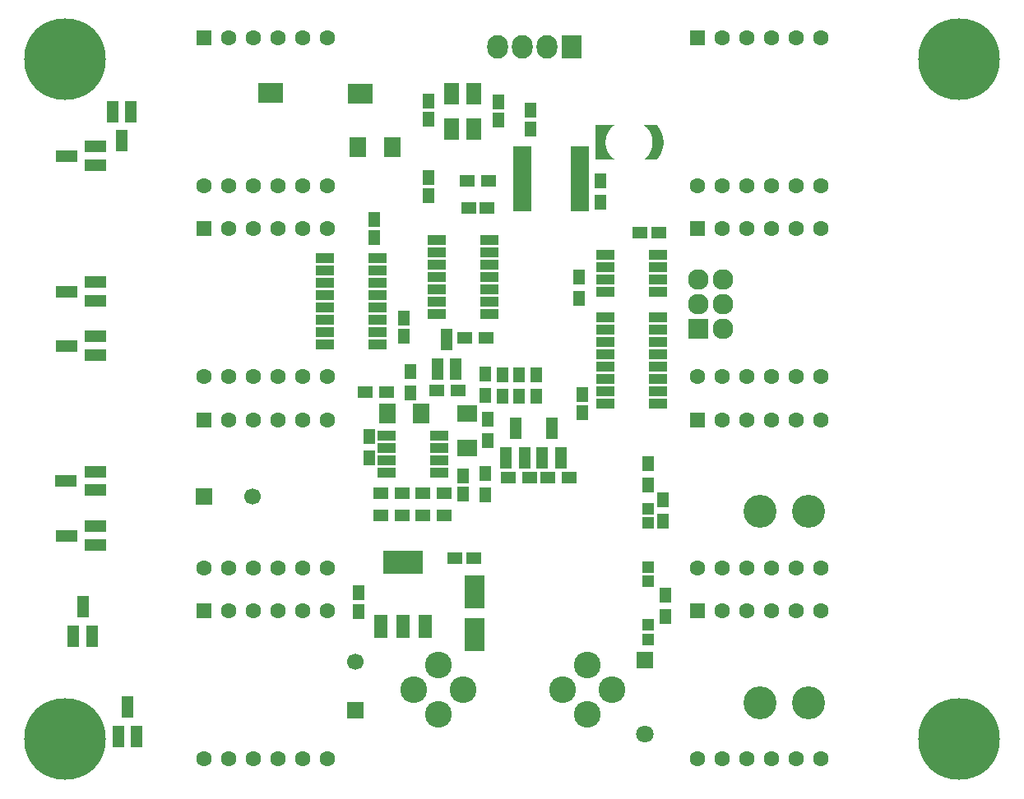
<source format=gbr>
G04 #@! TF.FileFunction,Soldermask,Top*
%FSLAX46Y46*%
G04 Gerber Fmt 4.6, Leading zero omitted, Abs format (unit mm)*
G04 Created by KiCad (PCBNEW 4.0.6) date Wed Sep  6 13:58:48 2017*
%MOMM*%
%LPD*%
G01*
G04 APERTURE LIST*
%ADD10C,0.100000*%
%ADD11R,1.600000X1.600000*%
%ADD12C,1.600000*%
%ADD13C,8.400000*%
%ADD14R,1.300000X1.600000*%
%ADD15R,4.057600X2.432000*%
%ADD16R,1.416000X2.432000*%
%ADD17R,1.850000X0.850000*%
%ADD18R,1.950000X1.000000*%
%ADD19R,1.600000X1.150000*%
%ADD20R,2.000200X3.399740*%
%ADD21R,1.700480X2.099260*%
%ADD22R,2.099260X1.700480*%
%ADD23R,1.150000X1.600000*%
%ADD24R,1.197560X1.197560*%
%ADD25C,2.749500*%
%ADD26R,2.127200X2.432000*%
%ADD27O,2.127200X2.432000*%
%ADD28R,2.200860X1.200100*%
%ADD29R,1.200100X2.200860*%
%ADD30R,1.600000X1.300000*%
%ADD31R,1.900000X1.000000*%
%ADD32R,1.700000X1.700000*%
%ADD33C,1.700000*%
%ADD34R,1.797000X1.797000*%
%ADD35C,1.797000*%
%ADD36R,2.580000X2.000000*%
%ADD37C,3.400000*%
%ADD38R,2.127200X2.127200*%
%ADD39O,2.127200X2.127200*%
%ADD40R,1.499820X2.299920*%
G04 APERTURE END LIST*
D10*
G36*
X107575408Y-54768160D02*
X107575408Y-58299796D01*
X109523403Y-58299796D01*
X112599184Y-54768160D01*
X112609418Y-54776380D01*
X112619629Y-54784643D01*
X112629817Y-54792951D01*
X112639980Y-54801309D01*
X112650117Y-54809718D01*
X112660227Y-54818182D01*
X112670309Y-54826704D01*
X112680362Y-54835287D01*
X112690384Y-54843935D01*
X112700374Y-54852649D01*
X112710332Y-54861433D01*
X112720255Y-54870291D01*
X112730144Y-54879225D01*
X112739996Y-54888238D01*
X112749811Y-54897334D01*
X112759588Y-54906515D01*
X112770099Y-54916504D01*
X112780531Y-54926527D01*
X112790884Y-54936583D01*
X112801157Y-54946674D01*
X112811351Y-54956797D01*
X112821466Y-54966955D01*
X112831501Y-54977146D01*
X112841457Y-54987371D01*
X112851334Y-54997630D01*
X112861131Y-55007922D01*
X112870850Y-55018248D01*
X112880488Y-55028608D01*
X112890048Y-55039001D01*
X112899528Y-55049428D01*
X112908929Y-55059889D01*
X112918251Y-55070383D01*
X112927493Y-55080911D01*
X112936656Y-55091473D01*
X112945739Y-55102068D01*
X112954744Y-55112697D01*
X112963669Y-55123360D01*
X112972514Y-55134056D01*
X112981281Y-55144786D01*
X112989968Y-55155550D01*
X112998576Y-55166347D01*
X113007104Y-55177178D01*
X113015553Y-55188043D01*
X113023923Y-55198942D01*
X113032213Y-55209874D01*
X113040425Y-55220839D01*
X113048556Y-55231839D01*
X113056609Y-55242872D01*
X113064582Y-55253938D01*
X113072476Y-55265039D01*
X113080291Y-55276172D01*
X113088026Y-55287340D01*
X113095682Y-55298541D01*
X113103258Y-55309776D01*
X113110756Y-55321045D01*
X113118173Y-55332347D01*
X113125512Y-55343683D01*
X113132771Y-55355052D01*
X113139951Y-55366456D01*
X113147052Y-55377892D01*
X113154073Y-55389363D01*
X113161015Y-55400867D01*
X113167878Y-55412405D01*
X113174661Y-55423976D01*
X113181366Y-55435581D01*
X113187990Y-55447220D01*
X113194536Y-55458892D01*
X113201002Y-55470598D01*
X113207388Y-55482338D01*
X113213696Y-55494111D01*
X113219924Y-55505918D01*
X113226073Y-55517758D01*
X113232142Y-55529632D01*
X113238132Y-55541540D01*
X113244043Y-55553481D01*
X113249874Y-55565456D01*
X113255627Y-55577465D01*
X113261299Y-55589507D01*
X113266893Y-55601583D01*
X113272407Y-55613693D01*
X113277842Y-55625836D01*
X113283197Y-55638013D01*
X113288473Y-55650223D01*
X113293670Y-55662467D01*
X113298788Y-55674745D01*
X113303826Y-55687056D01*
X113308785Y-55699401D01*
X113313664Y-55711779D01*
X113318464Y-55724191D01*
X113323185Y-55736637D01*
X113327827Y-55749116D01*
X113332389Y-55761629D01*
X113336872Y-55774176D01*
X113341275Y-55786756D01*
X113345599Y-55799370D01*
X113349844Y-55812017D01*
X113354010Y-55824698D01*
X113358096Y-55837413D01*
X113362103Y-55850161D01*
X113366030Y-55862943D01*
X113369878Y-55875758D01*
X113373647Y-55888607D01*
X113377337Y-55901490D01*
X113380947Y-55914406D01*
X113384477Y-55927356D01*
X113387929Y-55940339D01*
X113391301Y-55953356D01*
X113394594Y-55966407D01*
X113397807Y-55979491D01*
X113400941Y-55992609D01*
X113403996Y-56005760D01*
X113406972Y-56018945D01*
X113409868Y-56032163D01*
X113412685Y-56045416D01*
X113415422Y-56058701D01*
X113418080Y-56072021D01*
X113420659Y-56085374D01*
X113423158Y-56098760D01*
X113425578Y-56112180D01*
X113427919Y-56125634D01*
X113430180Y-56139121D01*
X113432362Y-56152642D01*
X113434465Y-56166196D01*
X113436488Y-56179784D01*
X113438432Y-56193406D01*
X113440297Y-56207061D01*
X113442082Y-56220750D01*
X113443788Y-56234472D01*
X113445415Y-56248228D01*
X113446962Y-56262018D01*
X113448430Y-56275841D01*
X113449819Y-56289697D01*
X113451128Y-56303587D01*
X113452358Y-56317511D01*
X113453508Y-56331468D01*
X113454580Y-56345459D01*
X113455572Y-56359484D01*
X113456484Y-56373542D01*
X113457317Y-56387633D01*
X113458071Y-56401759D01*
X113458746Y-56415917D01*
X113459341Y-56430110D01*
X113459856Y-56444335D01*
X113460293Y-56458595D01*
X113460650Y-56472888D01*
X113460928Y-56487214D01*
X113461126Y-56501574D01*
X113461245Y-56515968D01*
X113461285Y-56530395D01*
X113461245Y-56544934D01*
X113461126Y-56559436D01*
X113460929Y-56573902D01*
X113460652Y-56588332D01*
X113460295Y-56602726D01*
X113459860Y-56617084D01*
X113459346Y-56631406D01*
X113458752Y-56645691D01*
X113458079Y-56659940D01*
X113457327Y-56674154D01*
X113456496Y-56688331D01*
X113455586Y-56702472D01*
X113454597Y-56716577D01*
X113453528Y-56730646D01*
X113452380Y-56744678D01*
X113451154Y-56758675D01*
X113449848Y-56772635D01*
X113448462Y-56786559D01*
X113446998Y-56800447D01*
X113445455Y-56814299D01*
X113443832Y-56828115D01*
X113442130Y-56841895D01*
X113440350Y-56855639D01*
X113438490Y-56869346D01*
X113436550Y-56883017D01*
X113434532Y-56896653D01*
X113432435Y-56910252D01*
X113430258Y-56923815D01*
X113428002Y-56937342D01*
X113425667Y-56950832D01*
X113423253Y-56964287D01*
X113420760Y-56977706D01*
X113418188Y-56991088D01*
X113415536Y-57004434D01*
X113412805Y-57017744D01*
X113409996Y-57031018D01*
X113407107Y-57044256D01*
X113404138Y-57057458D01*
X113401091Y-57070624D01*
X113397965Y-57083753D01*
X113394759Y-57096846D01*
X113391474Y-57109904D01*
X113388110Y-57122925D01*
X113384667Y-57135910D01*
X113381145Y-57148859D01*
X113377544Y-57161772D01*
X113373863Y-57174648D01*
X113370104Y-57187489D01*
X113366265Y-57200293D01*
X113362347Y-57213062D01*
X113358350Y-57225794D01*
X113354274Y-57238490D01*
X113350118Y-57251150D01*
X113345884Y-57263774D01*
X113341570Y-57276362D01*
X113337177Y-57288913D01*
X113332705Y-57301429D01*
X113328154Y-57313908D01*
X113323523Y-57326351D01*
X113318814Y-57338759D01*
X113314025Y-57351130D01*
X113309157Y-57363465D01*
X113304211Y-57375763D01*
X113299184Y-57388026D01*
X113294079Y-57400253D01*
X113288895Y-57412443D01*
X113283631Y-57424598D01*
X113278289Y-57436716D01*
X113272867Y-57448798D01*
X113267366Y-57460844D01*
X113261786Y-57472854D01*
X113256126Y-57484828D01*
X113250388Y-57496766D01*
X113244570Y-57508667D01*
X113238673Y-57520533D01*
X113232697Y-57532362D01*
X113226642Y-57544155D01*
X113220508Y-57555913D01*
X113214295Y-57567634D01*
X113208002Y-57579319D01*
X113201630Y-57590967D01*
X113195180Y-57602580D01*
X113188650Y-57614157D01*
X113182040Y-57625697D01*
X113175352Y-57637202D01*
X113168585Y-57648670D01*
X113161738Y-57660102D01*
X113154812Y-57671498D01*
X113147807Y-57682858D01*
X113140723Y-57694182D01*
X113133560Y-57705470D01*
X113126318Y-57716722D01*
X113118996Y-57727937D01*
X113111595Y-57739117D01*
X113104115Y-57750260D01*
X113096556Y-57761367D01*
X113088918Y-57772439D01*
X113081201Y-57783474D01*
X113073404Y-57794473D01*
X113065529Y-57805435D01*
X113057574Y-57816362D01*
X113049540Y-57827253D01*
X113041427Y-57838107D01*
X113033235Y-57848926D01*
X113024963Y-57859708D01*
X113016613Y-57870455D01*
X113008183Y-57881165D01*
X112999674Y-57891839D01*
X112991086Y-57902477D01*
X112982419Y-57913079D01*
X112973673Y-57923644D01*
X112964847Y-57934174D01*
X112955942Y-57944668D01*
X112946959Y-57955125D01*
X112937896Y-57965546D01*
X112928754Y-57975932D01*
X112919532Y-57986281D01*
X112910232Y-57996594D01*
X112900852Y-58006871D01*
X112891394Y-58017112D01*
X112881856Y-58027317D01*
X112872239Y-58037485D01*
X112862542Y-58047618D01*
X112852767Y-58057715D01*
X112842913Y-58067775D01*
X112832979Y-58077799D01*
X112822966Y-58087788D01*
X112812874Y-58097740D01*
X112802703Y-58107656D01*
X112792453Y-58117536D01*
X112782123Y-58127380D01*
X112771715Y-58137188D01*
X112761306Y-58146819D01*
X112750874Y-58156378D01*
X112740419Y-58165863D01*
X112729940Y-58175276D01*
X112719437Y-58184617D01*
X112708909Y-58193888D01*
X112698356Y-58203087D01*
X112687777Y-58212217D01*
X112677172Y-58221277D01*
X112666539Y-58230268D01*
X112655879Y-58239192D01*
X112645191Y-58248047D01*
X112634474Y-58256836D01*
X112623728Y-58265558D01*
X112612953Y-58274215D01*
X112602147Y-58282806D01*
X112591310Y-58291333D01*
X112580443Y-58299796D01*
X113907769Y-58299796D01*
X113916481Y-58288744D01*
X113925152Y-58277667D01*
X113933782Y-58266564D01*
X113942370Y-58255436D01*
X113950917Y-58244282D01*
X113959421Y-58233103D01*
X113967883Y-58221899D01*
X113976302Y-58210669D01*
X113984678Y-58199415D01*
X113993011Y-58188136D01*
X114001300Y-58176831D01*
X114009545Y-58165502D01*
X114017745Y-58154148D01*
X114025901Y-58142769D01*
X114034012Y-58131365D01*
X114042078Y-58119937D01*
X114050098Y-58108484D01*
X114058073Y-58097007D01*
X114066001Y-58085505D01*
X114073882Y-58073979D01*
X114081717Y-58062429D01*
X114089505Y-58050854D01*
X114097245Y-58039256D01*
X114104937Y-58027633D01*
X114112582Y-58015986D01*
X114120178Y-58004315D01*
X114127725Y-57992621D01*
X114135223Y-57980902D01*
X114142672Y-57969160D01*
X114150072Y-57957394D01*
X114157421Y-57945604D01*
X114164720Y-57933791D01*
X114171969Y-57921955D01*
X114179167Y-57910095D01*
X114186313Y-57898211D01*
X114193408Y-57886304D01*
X114200452Y-57874375D01*
X114207443Y-57862421D01*
X114214382Y-57850445D01*
X114221268Y-57838446D01*
X114228101Y-57826424D01*
X114234881Y-57814379D01*
X114241607Y-57802311D01*
X114248279Y-57790220D01*
X114254896Y-57778107D01*
X114261460Y-57765971D01*
X114267968Y-57753813D01*
X114274421Y-57741632D01*
X114280818Y-57729428D01*
X114287160Y-57717203D01*
X114293446Y-57704954D01*
X114299675Y-57692684D01*
X114305847Y-57680392D01*
X114311962Y-57668077D01*
X114318020Y-57655741D01*
X114324020Y-57643382D01*
X114329962Y-57631002D01*
X114335846Y-57618600D01*
X114341671Y-57606176D01*
X114347437Y-57593730D01*
X114353144Y-57581263D01*
X114358791Y-57568774D01*
X114364379Y-57556263D01*
X114369906Y-57543732D01*
X114375373Y-57531178D01*
X114380779Y-57518604D01*
X114386123Y-57506008D01*
X114391407Y-57493392D01*
X114396628Y-57480754D01*
X114401788Y-57468095D01*
X114406885Y-57455415D01*
X114411919Y-57442714D01*
X114416891Y-57429993D01*
X114421799Y-57417250D01*
X114426644Y-57404487D01*
X114431424Y-57391704D01*
X114436141Y-57378899D01*
X114440792Y-57366075D01*
X114445379Y-57353230D01*
X114449901Y-57340364D01*
X114454357Y-57327478D01*
X114458748Y-57314572D01*
X114463072Y-57301646D01*
X114467330Y-57288700D01*
X114471521Y-57275734D01*
X114475646Y-57262747D01*
X114479703Y-57249741D01*
X114483692Y-57236715D01*
X114487613Y-57223670D01*
X114491466Y-57210604D01*
X114495250Y-57197519D01*
X114498966Y-57184415D01*
X114502612Y-57171291D01*
X114506189Y-57158147D01*
X114509695Y-57144984D01*
X114513132Y-57131802D01*
X114516498Y-57118601D01*
X114519794Y-57105380D01*
X114523018Y-57092141D01*
X114526171Y-57078882D01*
X114529252Y-57065604D01*
X114532262Y-57052308D01*
X114535198Y-57038993D01*
X114538063Y-57025658D01*
X114540854Y-57012306D01*
X114543572Y-56998934D01*
X114546217Y-56985544D01*
X114548787Y-56972136D01*
X114551284Y-56958709D01*
X114553706Y-56945264D01*
X114556053Y-56931800D01*
X114558325Y-56918319D01*
X114560521Y-56904819D01*
X114562642Y-56891301D01*
X114564687Y-56877765D01*
X114566655Y-56864211D01*
X114568546Y-56850639D01*
X114570361Y-56837049D01*
X114572098Y-56823442D01*
X114573758Y-56809817D01*
X114575340Y-56796174D01*
X114576844Y-56782514D01*
X114578268Y-56768836D01*
X114579615Y-56755141D01*
X114580882Y-56741428D01*
X114582069Y-56727699D01*
X114583177Y-56713951D01*
X114584204Y-56700187D01*
X114585151Y-56686406D01*
X114586018Y-56672608D01*
X114586803Y-56658792D01*
X114587507Y-56644960D01*
X114588130Y-56631111D01*
X114588670Y-56617245D01*
X114589128Y-56603363D01*
X114589504Y-56589464D01*
X114589796Y-56575548D01*
X114590006Y-56561616D01*
X114590132Y-56547667D01*
X114590174Y-56533702D01*
X114590132Y-56519829D01*
X114590009Y-56505969D01*
X114589803Y-56492122D01*
X114589516Y-56478289D01*
X114589147Y-56464469D01*
X114588697Y-56450663D01*
X114588166Y-56436871D01*
X114587555Y-56423093D01*
X114586863Y-56409328D01*
X114586092Y-56395578D01*
X114585240Y-56381842D01*
X114584310Y-56368120D01*
X114583300Y-56354412D01*
X114582212Y-56340720D01*
X114581045Y-56327041D01*
X114579800Y-56313378D01*
X114578478Y-56299729D01*
X114577077Y-56286095D01*
X114575600Y-56272476D01*
X114574046Y-56258873D01*
X114572414Y-56245285D01*
X114570707Y-56231712D01*
X114568924Y-56218154D01*
X114567065Y-56204612D01*
X114565130Y-56191086D01*
X114563120Y-56177576D01*
X114561036Y-56164081D01*
X114558877Y-56150603D01*
X114556643Y-56137141D01*
X114554336Y-56123695D01*
X114551955Y-56110265D01*
X114549501Y-56096852D01*
X114546974Y-56083455D01*
X114544374Y-56070075D01*
X114541702Y-56056712D01*
X114538957Y-56043365D01*
X114536141Y-56030036D01*
X114533253Y-56016723D01*
X114530294Y-56003428D01*
X114527264Y-55990150D01*
X114524163Y-55976890D01*
X114520992Y-55963647D01*
X114517751Y-55950422D01*
X114514441Y-55937214D01*
X114511061Y-55924024D01*
X114507611Y-55910853D01*
X114504093Y-55897699D01*
X114500507Y-55884563D01*
X114496852Y-55871446D01*
X114493129Y-55858347D01*
X114489339Y-55845267D01*
X114485481Y-55832205D01*
X114481557Y-55819162D01*
X114477565Y-55806138D01*
X114473507Y-55793132D01*
X114469384Y-55780146D01*
X114465194Y-55767178D01*
X114460939Y-55754230D01*
X114456618Y-55741302D01*
X114452233Y-55728393D01*
X114447783Y-55715503D01*
X114443268Y-55702633D01*
X114438690Y-55689783D01*
X114434048Y-55676952D01*
X114429343Y-55664142D01*
X114424574Y-55651351D01*
X114419743Y-55638581D01*
X114414849Y-55625832D01*
X114409893Y-55613102D01*
X114404875Y-55600393D01*
X114399795Y-55587705D01*
X114394654Y-55575038D01*
X114389452Y-55562391D01*
X114384190Y-55549765D01*
X114378867Y-55537161D01*
X114373483Y-55524577D01*
X114368041Y-55512015D01*
X114362538Y-55499474D01*
X114356976Y-55486955D01*
X114351356Y-55474457D01*
X114345677Y-55461981D01*
X114339939Y-55449527D01*
X114334144Y-55437094D01*
X114328291Y-55424684D01*
X114322380Y-55412296D01*
X114316412Y-55399930D01*
X114310388Y-55387586D01*
X114304307Y-55375265D01*
X114298170Y-55362966D01*
X114291977Y-55350690D01*
X114285728Y-55338437D01*
X114279424Y-55326207D01*
X114273065Y-55314000D01*
X114266651Y-55301815D01*
X114260183Y-55289654D01*
X114253661Y-55277517D01*
X114247085Y-55265402D01*
X114240456Y-55253312D01*
X114233773Y-55241245D01*
X114227037Y-55229201D01*
X114220249Y-55217182D01*
X114213409Y-55205186D01*
X114206516Y-55193214D01*
X114199572Y-55181267D01*
X114192577Y-55169344D01*
X114185530Y-55157445D01*
X114178433Y-55145571D01*
X114171285Y-55133721D01*
X114164087Y-55121896D01*
X114156839Y-55110096D01*
X114149541Y-55098321D01*
X114142194Y-55086571D01*
X114134798Y-55074846D01*
X114127354Y-55063146D01*
X114119861Y-55051471D01*
X114112320Y-55039822D01*
X114104731Y-55028199D01*
X114097095Y-55016601D01*
X114089411Y-55005029D01*
X114081681Y-54993483D01*
X114073904Y-54981963D01*
X114066081Y-54970469D01*
X114058212Y-54959001D01*
X114050297Y-54947559D01*
X114042337Y-54936144D01*
X114034331Y-54924755D01*
X114026281Y-54913393D01*
X114018187Y-54902058D01*
X114010048Y-54890750D01*
X114001865Y-54879468D01*
X113993639Y-54868214D01*
X113985369Y-54856987D01*
X113977057Y-54845787D01*
X113968702Y-54834614D01*
X113960304Y-54823469D01*
X113951864Y-54812352D01*
X113943383Y-54801262D01*
X113934860Y-54790200D01*
X113926296Y-54779166D01*
X113917691Y-54768160D01*
X112599184Y-54768160D01*
X109523403Y-58299796D01*
X109513103Y-58291610D01*
X109502830Y-58283362D01*
X109492586Y-58275050D01*
X109482368Y-58266676D01*
X109472177Y-58258238D01*
X109462014Y-58249737D01*
X109451876Y-58241172D01*
X109441765Y-58232543D01*
X109431680Y-58223851D01*
X109421621Y-58215093D01*
X109411588Y-58206272D01*
X109401580Y-58197386D01*
X109391597Y-58188435D01*
X109381640Y-58179419D01*
X109371706Y-58170337D01*
X109361798Y-58161190D01*
X109351913Y-58151978D01*
X109342053Y-58142700D01*
X109331360Y-58132540D01*
X109320747Y-58122350D01*
X109310215Y-58112131D01*
X109299763Y-58101882D01*
X109289393Y-58091603D01*
X109279103Y-58081294D01*
X109268894Y-58070956D01*
X109258765Y-58060589D01*
X109248717Y-58050191D01*
X109238750Y-58039764D01*
X109228864Y-58029307D01*
X109219058Y-58018821D01*
X109209333Y-58008305D01*
X109199688Y-57997759D01*
X109190125Y-57987183D01*
X109180642Y-57976578D01*
X109171240Y-57965943D01*
X109161918Y-57955278D01*
X109152677Y-57944584D01*
X109143517Y-57933860D01*
X109134437Y-57923106D01*
X109125439Y-57912323D01*
X109116521Y-57901510D01*
X109107683Y-57890667D01*
X109098927Y-57879795D01*
X109090251Y-57868892D01*
X109081655Y-57857961D01*
X109073141Y-57846999D01*
X109064707Y-57836008D01*
X109056354Y-57824987D01*
X109048081Y-57813936D01*
X109039889Y-57802855D01*
X109031778Y-57791745D01*
X109023748Y-57780605D01*
X109015798Y-57769436D01*
X109007929Y-57758237D01*
X109000141Y-57747007D01*
X108992433Y-57735749D01*
X108984806Y-57724460D01*
X108977260Y-57713142D01*
X108969795Y-57701794D01*
X108962410Y-57690416D01*
X108955106Y-57679009D01*
X108947882Y-57667572D01*
X108940740Y-57656105D01*
X108933678Y-57644608D01*
X108926697Y-57633082D01*
X108919796Y-57621526D01*
X108912976Y-57609940D01*
X108906237Y-57598325D01*
X108899578Y-57586679D01*
X108893001Y-57575004D01*
X108886504Y-57563300D01*
X108880087Y-57551565D01*
X108873752Y-57539801D01*
X108867497Y-57528007D01*
X108861322Y-57516183D01*
X108855229Y-57504329D01*
X108849216Y-57492446D01*
X108843284Y-57480533D01*
X108837432Y-57468590D01*
X108831662Y-57456617D01*
X108825972Y-57444615D01*
X108820362Y-57432583D01*
X108814834Y-57420521D01*
X108809386Y-57408430D01*
X108804019Y-57396308D01*
X108798732Y-57384157D01*
X108793526Y-57371976D01*
X108788401Y-57359765D01*
X108783357Y-57347525D01*
X108778393Y-57335254D01*
X108773510Y-57322954D01*
X108768708Y-57310625D01*
X108763986Y-57298265D01*
X108759346Y-57285875D01*
X108754785Y-57273456D01*
X108750306Y-57261007D01*
X108745907Y-57248529D01*
X108741589Y-57236020D01*
X108737352Y-57223482D01*
X108733195Y-57210913D01*
X108729119Y-57198316D01*
X108725124Y-57185688D01*
X108721210Y-57173030D01*
X108717376Y-57160343D01*
X108713623Y-57147626D01*
X108709951Y-57134879D01*
X108706359Y-57122102D01*
X108702848Y-57109296D01*
X108699418Y-57096459D01*
X108696068Y-57083593D01*
X108692799Y-57070697D01*
X108689611Y-57057771D01*
X108686504Y-57044816D01*
X108683477Y-57031830D01*
X108680531Y-57018815D01*
X108677666Y-57005770D01*
X108674881Y-56992695D01*
X108672177Y-56979590D01*
X108669554Y-56966456D01*
X108667012Y-56953292D01*
X108664550Y-56940097D01*
X108662169Y-56926873D01*
X108659869Y-56913620D01*
X108657649Y-56900336D01*
X108655510Y-56887022D01*
X108653452Y-56873679D01*
X108651475Y-56860306D01*
X108649578Y-56846903D01*
X108647762Y-56833470D01*
X108646027Y-56820007D01*
X108644372Y-56806515D01*
X108642798Y-56792993D01*
X108641305Y-56779440D01*
X108639892Y-56765858D01*
X108638561Y-56752246D01*
X108637309Y-56738605D01*
X108636139Y-56724933D01*
X108635049Y-56711232D01*
X108634041Y-56697500D01*
X108633112Y-56683739D01*
X108632265Y-56669948D01*
X108631498Y-56656127D01*
X108630812Y-56642276D01*
X108630207Y-56628396D01*
X108629682Y-56614485D01*
X108629238Y-56600545D01*
X108628875Y-56586575D01*
X108628592Y-56572575D01*
X108628391Y-56558545D01*
X108628270Y-56544485D01*
X108628229Y-56530395D01*
X108628270Y-56516308D01*
X108628391Y-56502249D01*
X108628592Y-56488219D01*
X108628875Y-56474217D01*
X108629238Y-56460243D01*
X108629682Y-56446298D01*
X108630207Y-56432382D01*
X108630812Y-56418493D01*
X108631498Y-56404634D01*
X108632265Y-56390803D01*
X108633112Y-56377000D01*
X108634041Y-56363225D01*
X108635049Y-56349480D01*
X108636139Y-56335762D01*
X108637309Y-56322073D01*
X108638561Y-56308413D01*
X108639892Y-56294781D01*
X108641305Y-56281177D01*
X108642798Y-56267602D01*
X108644372Y-56254055D01*
X108646027Y-56240537D01*
X108647762Y-56227047D01*
X108649578Y-56213586D01*
X108651475Y-56200153D01*
X108653452Y-56186748D01*
X108655510Y-56173372D01*
X108657649Y-56160025D01*
X108659869Y-56146706D01*
X108662169Y-56133415D01*
X108664550Y-56120153D01*
X108667012Y-56106919D01*
X108669554Y-56093714D01*
X108672177Y-56080537D01*
X108674881Y-56067389D01*
X108677666Y-56054269D01*
X108680531Y-56041177D01*
X108683477Y-56028114D01*
X108686504Y-56015079D01*
X108689611Y-56002073D01*
X108692799Y-55989096D01*
X108696068Y-55976146D01*
X108699418Y-55963226D01*
X108702848Y-55950333D01*
X108706359Y-55937469D01*
X108709951Y-55924634D01*
X108713623Y-55911827D01*
X108717376Y-55899048D01*
X108721210Y-55886298D01*
X108725124Y-55873577D01*
X108729119Y-55860883D01*
X108733195Y-55848219D01*
X108737352Y-55835582D01*
X108741589Y-55822974D01*
X108745907Y-55810395D01*
X108750306Y-55797844D01*
X108754785Y-55785322D01*
X108759346Y-55772827D01*
X108763986Y-55760362D01*
X108768708Y-55747925D01*
X108773510Y-55735516D01*
X108778393Y-55723136D01*
X108783357Y-55710784D01*
X108788401Y-55698461D01*
X108793526Y-55686166D01*
X108798732Y-55673899D01*
X108804019Y-55661661D01*
X108809386Y-55649452D01*
X108814834Y-55637270D01*
X108820362Y-55625118D01*
X108825972Y-55612993D01*
X108831662Y-55600898D01*
X108837432Y-55588830D01*
X108843284Y-55576791D01*
X108849216Y-55564781D01*
X108855229Y-55552799D01*
X108861322Y-55540845D01*
X108867497Y-55528920D01*
X108873752Y-55517024D01*
X108880087Y-55505155D01*
X108886504Y-55493316D01*
X108893001Y-55481504D01*
X108899578Y-55469722D01*
X108906237Y-55457967D01*
X108912976Y-55446241D01*
X108919796Y-55434544D01*
X108926697Y-55422875D01*
X108933678Y-55411234D01*
X108940740Y-55399622D01*
X108947882Y-55388038D01*
X108955106Y-55376483D01*
X108962410Y-55364956D01*
X108969795Y-55353457D01*
X108977260Y-55341988D01*
X108984806Y-55330546D01*
X108992433Y-55319133D01*
X109000141Y-55307748D01*
X109007929Y-55296392D01*
X109015798Y-55285064D01*
X109023748Y-55273765D01*
X109031778Y-55262494D01*
X109039889Y-55251252D01*
X109048081Y-55240038D01*
X109056354Y-55228853D01*
X109064707Y-55217696D01*
X109073141Y-55206567D01*
X109081655Y-55195467D01*
X109090251Y-55184395D01*
X109098927Y-55173352D01*
X109107683Y-55162337D01*
X109116521Y-55151351D01*
X109125439Y-55140393D01*
X109134437Y-55129463D01*
X109143517Y-55118562D01*
X109152677Y-55107690D01*
X109161918Y-55096845D01*
X109171240Y-55086030D01*
X109180642Y-55075243D01*
X109190125Y-55064484D01*
X109199688Y-55053753D01*
X109209333Y-55043051D01*
X109219058Y-55032378D01*
X109228864Y-55021733D01*
X109238750Y-55011116D01*
X109248717Y-55000528D01*
X109258765Y-54989968D01*
X109268894Y-54979437D01*
X109279103Y-54968934D01*
X109289393Y-54958460D01*
X109299763Y-54948014D01*
X109310215Y-54937597D01*
X109320747Y-54927208D01*
X109331360Y-54916847D01*
X109342053Y-54906515D01*
X109352384Y-54896730D01*
X109362755Y-54887040D01*
X109373166Y-54877442D01*
X109383616Y-54867932D01*
X109394103Y-54858506D01*
X109404626Y-54849162D01*
X109415184Y-54839895D01*
X109425777Y-54830703D01*
X109436403Y-54821582D01*
X109447062Y-54812529D01*
X109457752Y-54803540D01*
X109468472Y-54794612D01*
X109479221Y-54785742D01*
X109489998Y-54776925D01*
X109500803Y-54768160D01*
X107575408Y-54768160D01*
X107575408Y-54768160D01*
G37*
D11*
X118110000Y-65405000D03*
D12*
X120650000Y-65405000D03*
X123190000Y-65405000D03*
X125730000Y-65405000D03*
X128270000Y-65405000D03*
X130810000Y-65405000D03*
X125730000Y-80645000D03*
X128270000Y-80645000D03*
X118110000Y-80645000D03*
X120650000Y-80645000D03*
X130810000Y-80645000D03*
X123190000Y-80645000D03*
D13*
X145000000Y-48000000D03*
X53000000Y-118000000D03*
D14*
X99750000Y-82650000D03*
X99750000Y-80450000D03*
D15*
X87800000Y-99798000D03*
D16*
X87800000Y-106402000D03*
X90086000Y-106402000D03*
X85514000Y-106402000D03*
D17*
X100050000Y-57375000D03*
X100050000Y-58025000D03*
X100050000Y-58675000D03*
X100050000Y-59325000D03*
X100050000Y-59975000D03*
X100050000Y-60625000D03*
X100050000Y-61275000D03*
X100050000Y-61925000D03*
X100050000Y-62575000D03*
X100050000Y-63225000D03*
X105950000Y-63225000D03*
X105950000Y-62575000D03*
X105950000Y-61925000D03*
X105950000Y-61275000D03*
X105950000Y-60625000D03*
X105950000Y-59975000D03*
X105950000Y-59325000D03*
X105950000Y-58675000D03*
X105950000Y-58025000D03*
X105950000Y-57375000D03*
D18*
X108600000Y-68095000D03*
X108600000Y-69365000D03*
X108600000Y-70635000D03*
X108600000Y-71905000D03*
X114000000Y-71905000D03*
X114000000Y-70635000D03*
X114000000Y-69365000D03*
X114000000Y-68095000D03*
D19*
X94554000Y-63246000D03*
X96454000Y-63246000D03*
D20*
X95150000Y-102850360D03*
X95150000Y-107249640D03*
D14*
X114800000Y-103150000D03*
X114800000Y-105350000D03*
D21*
X83149940Y-57000000D03*
X86650060Y-57000000D03*
D22*
X94361000Y-87983060D03*
X94361000Y-84482940D03*
D21*
X86133940Y-84455000D03*
X89634060Y-84455000D03*
D23*
X83185000Y-104836000D03*
X83185000Y-102936000D03*
D19*
X112200000Y-65825000D03*
X114100000Y-65825000D03*
D23*
X106225000Y-84400000D03*
X106225000Y-82500000D03*
X84800000Y-64450000D03*
X84800000Y-66350000D03*
X87884000Y-74615000D03*
X87884000Y-76515000D03*
D19*
X93150000Y-99350000D03*
X95050000Y-99350000D03*
D23*
X90400000Y-60150000D03*
X90400000Y-62050000D03*
X97600000Y-52325000D03*
X97600000Y-54225000D03*
X90375000Y-54150000D03*
X90375000Y-52250000D03*
X93980000Y-90871000D03*
X93980000Y-92771000D03*
D24*
X113000000Y-107749300D03*
X113000000Y-106250700D03*
X113000000Y-94250700D03*
X113000000Y-95749300D03*
X113000000Y-100250700D03*
X113000000Y-101749300D03*
D25*
X93939360Y-112903000D03*
X88859360Y-112903000D03*
X104178100Y-112903000D03*
X109258100Y-112903000D03*
X91399360Y-115443000D03*
X91399360Y-110363000D03*
X106718100Y-115443000D03*
X106718100Y-110363000D03*
D26*
X105175000Y-46700000D03*
D27*
X102635000Y-46700000D03*
X100095000Y-46700000D03*
X97555000Y-46700000D03*
D28*
X56111140Y-78420000D03*
X56111140Y-76520000D03*
X53108860Y-77470000D03*
X56101140Y-92350000D03*
X56101140Y-90450000D03*
X53098860Y-91400000D03*
D29*
X58486000Y-117706140D03*
X60386000Y-117706140D03*
X59436000Y-114703860D03*
D28*
X56111140Y-72832000D03*
X56111140Y-70932000D03*
X53108860Y-71882000D03*
D29*
X53850000Y-107373140D03*
X55750000Y-107373140D03*
X54800000Y-104370860D03*
X59751000Y-53362860D03*
X57851000Y-53362860D03*
X58801000Y-56365140D03*
D28*
X56111140Y-97978000D03*
X56111140Y-96078000D03*
X53108860Y-97028000D03*
X56111140Y-58862000D03*
X56111140Y-56962000D03*
X53108860Y-57912000D03*
D14*
X88550000Y-80175000D03*
X88550000Y-82375000D03*
D30*
X96604000Y-60452000D03*
X94404000Y-60452000D03*
D14*
X105918000Y-70401000D03*
X105918000Y-72601000D03*
X108075000Y-62725000D03*
X108075000Y-60525000D03*
D30*
X91225000Y-82100000D03*
X93425000Y-82100000D03*
D14*
X96520000Y-87206000D03*
X96520000Y-85006000D03*
X84328000Y-88984000D03*
X84328000Y-86784000D03*
X113000000Y-89650000D03*
X113000000Y-91850000D03*
X114550000Y-93325000D03*
X114550000Y-95525000D03*
X96250000Y-82600000D03*
X96250000Y-80400000D03*
X98000000Y-82650000D03*
X98000000Y-80450000D03*
X101500000Y-82650000D03*
X101500000Y-80450000D03*
D31*
X114000000Y-83445000D03*
X114000000Y-82175000D03*
X114000000Y-80905000D03*
X114000000Y-79635000D03*
X114000000Y-78365000D03*
X114000000Y-77095000D03*
X114000000Y-75825000D03*
X114000000Y-74555000D03*
X108600000Y-74555000D03*
X108600000Y-75825000D03*
X108600000Y-77095000D03*
X108600000Y-78365000D03*
X108600000Y-79635000D03*
X108600000Y-80905000D03*
X108600000Y-82175000D03*
X108600000Y-83445000D03*
D18*
X86073000Y-86741000D03*
X86073000Y-88011000D03*
X86073000Y-89281000D03*
X86073000Y-90551000D03*
X91473000Y-90551000D03*
X91473000Y-89281000D03*
X91473000Y-88011000D03*
X91473000Y-86741000D03*
D31*
X79723000Y-68453000D03*
X79723000Y-69723000D03*
X79723000Y-70993000D03*
X79723000Y-72263000D03*
X79723000Y-73533000D03*
X79723000Y-74803000D03*
X79723000Y-76073000D03*
X79723000Y-77343000D03*
X85123000Y-77343000D03*
X85123000Y-76073000D03*
X85123000Y-74803000D03*
X85123000Y-73533000D03*
X85123000Y-72263000D03*
X85123000Y-70993000D03*
X85123000Y-69723000D03*
X85123000Y-68453000D03*
D14*
X96266000Y-92794000D03*
X96266000Y-90594000D03*
D30*
X89832000Y-94932500D03*
X92032000Y-94932500D03*
X92032000Y-92646500D03*
X89832000Y-92646500D03*
X87714000Y-94932500D03*
X85514000Y-94932500D03*
X85514000Y-92646500D03*
X87714000Y-92646500D03*
X86100000Y-82225000D03*
X83900000Y-82225000D03*
X98600000Y-91075000D03*
X100800000Y-91075000D03*
X102675000Y-91075000D03*
X104875000Y-91075000D03*
D32*
X82850000Y-115050000D03*
D33*
X82850000Y-110050000D03*
D32*
X67300000Y-93000000D03*
D33*
X72300000Y-93000000D03*
D34*
X112649000Y-109855000D03*
D35*
X112649000Y-117475000D03*
D36*
X83367830Y-51475420D03*
X74162970Y-51470780D03*
D37*
X124500000Y-114250000D03*
X129500000Y-114250000D03*
X124500000Y-94500000D03*
X129500000Y-94500000D03*
D13*
X145000000Y-118000000D03*
X53000000Y-48000000D03*
D30*
X94150000Y-76675000D03*
X96350000Y-76675000D03*
D29*
X91300000Y-79851140D03*
X93200000Y-79851140D03*
X92250000Y-76848860D03*
X98400000Y-89001140D03*
X100300000Y-89001140D03*
X99350000Y-85998860D03*
X102125000Y-89001140D03*
X104025000Y-89001140D03*
X103075000Y-85998860D03*
D38*
X118200000Y-75700000D03*
D39*
X120740000Y-75700000D03*
X118200000Y-73160000D03*
X120740000Y-73160000D03*
X118200000Y-70620000D03*
X120740000Y-70620000D03*
D31*
X96650000Y-74210000D03*
X96650000Y-72940000D03*
X96650000Y-71670000D03*
X96650000Y-70400000D03*
X96650000Y-69130000D03*
X96650000Y-67860000D03*
X96650000Y-66590000D03*
X91250000Y-66590000D03*
X91250000Y-67860000D03*
X91250000Y-69130000D03*
X91250000Y-70400000D03*
X91250000Y-71670000D03*
X91250000Y-72940000D03*
X91250000Y-74210000D03*
D40*
X95098080Y-55199120D03*
X92801920Y-51500880D03*
X92801920Y-55199120D03*
X95098080Y-51500880D03*
D23*
X100900000Y-53250000D03*
X100900000Y-55150000D03*
D11*
X67310000Y-104775000D03*
D12*
X69850000Y-104775000D03*
X72390000Y-104775000D03*
X74930000Y-104775000D03*
X77470000Y-104775000D03*
X80010000Y-104775000D03*
X74930000Y-120015000D03*
X77470000Y-120015000D03*
X67310000Y-120015000D03*
X69850000Y-120015000D03*
X80010000Y-120015000D03*
X72390000Y-120015000D03*
D11*
X67310000Y-85090000D03*
D12*
X69850000Y-85090000D03*
X72390000Y-85090000D03*
X74930000Y-85090000D03*
X77470000Y-85090000D03*
X80010000Y-85090000D03*
X74930000Y-100330000D03*
X77470000Y-100330000D03*
X67310000Y-100330000D03*
X69850000Y-100330000D03*
X80010000Y-100330000D03*
X72390000Y-100330000D03*
D11*
X67310000Y-65405000D03*
D12*
X69850000Y-65405000D03*
X72390000Y-65405000D03*
X74930000Y-65405000D03*
X77470000Y-65405000D03*
X80010000Y-65405000D03*
X74930000Y-80645000D03*
X77470000Y-80645000D03*
X67310000Y-80645000D03*
X69850000Y-80645000D03*
X80010000Y-80645000D03*
X72390000Y-80645000D03*
D11*
X67310000Y-45720000D03*
D12*
X69850000Y-45720000D03*
X72390000Y-45720000D03*
X74930000Y-45720000D03*
X77470000Y-45720000D03*
X80010000Y-45720000D03*
X74930000Y-60960000D03*
X77470000Y-60960000D03*
X67310000Y-60960000D03*
X69850000Y-60960000D03*
X80010000Y-60960000D03*
X72390000Y-60960000D03*
D11*
X118110000Y-85090000D03*
D12*
X120650000Y-85090000D03*
X123190000Y-85090000D03*
X125730000Y-85090000D03*
X128270000Y-85090000D03*
X130810000Y-85090000D03*
X125730000Y-100330000D03*
X128270000Y-100330000D03*
X118110000Y-100330000D03*
X120650000Y-100330000D03*
X130810000Y-100330000D03*
X123190000Y-100330000D03*
D11*
X118110000Y-104775000D03*
D12*
X120650000Y-104775000D03*
X123190000Y-104775000D03*
X125730000Y-104775000D03*
X128270000Y-104775000D03*
X130810000Y-104775000D03*
X125730000Y-120015000D03*
X128270000Y-120015000D03*
X118110000Y-120015000D03*
X120650000Y-120015000D03*
X130810000Y-120015000D03*
X123190000Y-120015000D03*
D11*
X118110000Y-45720000D03*
D12*
X120650000Y-45720000D03*
X123190000Y-45720000D03*
X125730000Y-45720000D03*
X128270000Y-45720000D03*
X130810000Y-45720000D03*
X125730000Y-60960000D03*
X128270000Y-60960000D03*
X118110000Y-60960000D03*
X120650000Y-60960000D03*
X130810000Y-60960000D03*
X123190000Y-60960000D03*
M02*

</source>
